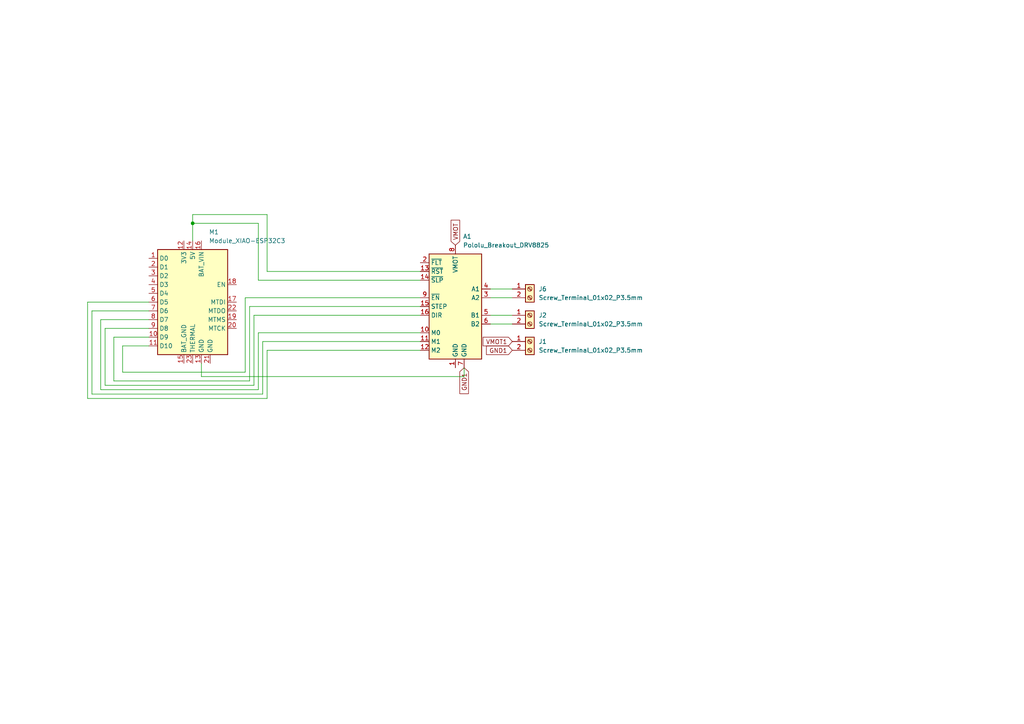
<source format=kicad_sch>
(kicad_sch (version 20231120) (generator "eeschema") (generator_version "8.0")
  (paper "A4")
  (lib_symbols
    (symbol "Driver_Motor:Pololu_Breakout_DRV8825"
      (property "Reference" "A" (at -2.54 16.51 0))
      (property "Value" "Pololu_Breakout_DRV8825" (at -2.54 13.97 0))
      (symbol "Pololu_Breakout_DRV8825_0_1"
        (rectangle (start 7.62 -17.78) (end -7.62 12.7) (stroke (width 0.254)) (fill (type background)))
      )
      (symbol "Pololu_Breakout_DRV8825_1_1"
        (pin power_in line (at 0 -20.32 90) (length 2.54) (name "GND") (number "1"))
        (pin input line (at -10.16 -10.16 0) (length 2.54) (name "M0") (number "10"))
        (pin input line (at -10.16 -12.7 0) (length 2.54) (name "M1") (number "11"))
        (pin input line (at -10.16 -15.24 0) (length 2.54) (name "M2") (number "12"))
        (pin input line (at -10.16 7.62 0) (length 2.54) (name "~{RST}") (number "13"))
        (pin input line (at -10.16 5.08 0) (length 2.54) (name "~{SLP}") (number "14"))
        (pin input line (at -10.16 -2.54 0) (length 2.54) (name "STEP") (number "15"))
        (pin input line (at -10.16 -5.08 0) (length 2.54) (name "DIR") (number "16"))
        (pin output line (at -10.16 10.16 0) (length 2.54) (name "~{FLT}") (number "2"))
        (pin output line (at 10.16 0 180) (length 2.54) (name "A2") (number "3"))
        (pin output line (at 10.16 2.54 180) (length 2.54) (name "A1") (number "4"))
        (pin output line (at 10.16 -5.08 180) (length 2.54) (name "B1") (number "5"))
        (pin output line (at 10.16 -7.62 180) (length 2.54) (name "B2") (number "6"))
        (pin power_in line (at 2.54 -20.32 90) (length 2.54) (name "GND") (number "7"))
        (pin power_in line (at 0 15.24 270) (length 2.54) (name "VMOT") (number "8"))
        (pin input line (at -10.16 0 0) (length 2.54) (name "~{EN}") (number "9"))
      )
    )
    (symbol "fab:Module_XIAO-ESP32C3"
      (property "Reference" "M" (at -10.16 16.51 0))
      (property "Value" "Module_XIAO-ESP32C3" (at 3.81 16.51 0))
      (symbol "Module_XIAO-ESP32C3_1_1"
        (rectangle (start -10.16 15.24) (end 10.16 -15.24) (stroke (width 0.254)) (fill (type background)))
        (pin bidirectional line (at -12.7 12.7 0) (length 2.54) (name "D0") (number "1"))
        (pin bidirectional line (at -12.7 -10.16 0) (length 2.54) (name "D9") (number "10"))
        (pin bidirectional line (at -12.7 -12.7 0) (length 2.54) (name "D10") (number "11"))
        (pin power_in line (at -2.54 17.78 270) (length 2.54) (name "3V3") (number "12"))
        (pin power_in line (at 2.54 -17.78 90) (length 2.54) (name "GND") (number "13"))
        (pin power_in line (at 0 17.78 270) (length 2.54) (name "5V") (number "14"))
        (pin power_in line (at -2.54 -17.78 90) (length 2.54) (name "BAT_GND") (number "15"))
        (pin power_in line (at 2.54 17.78 270) (length 2.54) (name "BAT_VIN") (number "16"))
        (pin input line (at 12.7 0 180) (length 2.54) (name "MTDI") (number "17"))
        (pin input line (at 12.7 5.08 180) (length 2.54) (name "EN") (number "18"))
        (pin input line (at 12.7 -5.08 180) (length 2.54) (name "MTMS") (number "19"))
        (pin bidirectional line (at -12.7 10.16 0) (length 2.54) (name "D1") (number "2"))
        (pin input line (at 12.7 -7.62 180) (length 2.54) (name "MTCK") (number "20"))
        (pin power_in line (at 5.08 -17.78 90) (length 2.54) (name "GND") (number "21"))
        (pin output line (at 12.7 -2.54 180) (length 2.54) (name "MTDO") (number "22"))
        (pin power_in line (at 0 -17.78 90) (length 2.54) (name "THERMAL") (number "23"))
        (pin bidirectional line (at -12.7 7.62 0) (length 2.54) (name "D2") (number "3"))
        (pin bidirectional line (at -12.7 5.08 0) (length 2.54) (name "D3") (number "4"))
        (pin bidirectional line (at -12.7 2.54 0) (length 2.54) (name "D4") (number "5"))
        (pin bidirectional line (at -12.7 0 0) (length 2.54) (name "D5") (number "6"))
        (pin bidirectional line (at -12.7 -2.54 0) (length 2.54) (name "D6") (number "7"))
        (pin bidirectional line (at -12.7 -5.08 0) (length 2.54) (name "D7") (number "8"))
        (pin bidirectional line (at -12.7 -7.62 0) (length 2.54) (name "D8") (number "9"))
      )
    )
    (symbol "fab:Screw_Terminal_01x02_P3.5mm" (pin_names (offset 1.016) hide)
      (property "Reference" "J" (at 0 3.81 0))
      (property "Value" "Screw_Terminal_01x02_P3.5mm" (at 0 -3.81 0))
      (symbol "Screw_Terminal_01x02_P3.5mm_1_1"
        (rectangle (start -1.27 2.54) (end 1.27 -2.54) (stroke (width 0.254)) (fill (type background)))
        (circle (center 0 -1.27) (radius 0.635) (stroke (width 0.1524)))
        (polyline (pts (xy -0.5334 -0.9398) (xy 0.3302 -1.778)) (stroke (width 0.1524)))
        (polyline (pts (xy -0.5334 1.6002) (xy 0.3302 0.762)) (stroke (width 0.1524)))
        (polyline (pts (xy -0.3556 -0.762) (xy 0.508 -1.6002)) (stroke (width 0.1524)))
        (polyline (pts (xy -0.3556 1.778) (xy 0.508 0.9398)) (stroke (width 0.1524)))
        (circle (center 0 1.27) (radius 0.635) (stroke (width 0.1524)))
        (pin passive line (at -5.08 1.27 0) (length 3.81) (name "Pin_1") (number "1"))
        (pin passive line (at -5.08 -1.27 0) (length 3.81) (name "Pin_2") (number "2"))
      )
    )
  )
  (junction (at 55.88 64.77))
  (wire (pts (xy 134.62 106.68) (xy 134.62 109.22)))
  (wire (pts (xy 30.48 111.76) (xy 30.48 95.25)))
  (wire (pts (xy 142.24 91.44) (xy 148.59 91.44)))
  (wire (pts (xy 25.4 87.63) (xy 43.18 87.63)))
  (wire (pts (xy 121.92 99.06) (xy 76.2 99.06)))
  (wire (pts (xy 121.92 88.9) (xy 72.39 88.9)))
  (wire (pts (xy 25.4 115.57) (xy 25.4 87.63)))
  (wire (pts (xy 74.93 113.03) (xy 29.21 113.03)))
  (wire (pts (xy 77.47 62.23) (xy 55.88 62.23)))
  (wire (pts (xy 76.2 99.06) (xy 76.2 114.3)))
  (wire (pts (xy 35.56 107.95) (xy 35.56 100.33)))
  (wire (pts (xy 55.88 64.77) (xy 74.93 64.77)))
  (wire (pts (xy 73.66 91.44) (xy 73.66 111.76)))
  (wire (pts (xy 55.88 64.77) (xy 55.88 69.85)))
  (wire (pts (xy 121.92 81.28) (xy 74.93 81.28)))
  (wire (pts (xy 58.42 109.22) (xy 134.62 109.22)))
  (wire (pts (xy 142.24 93.98) (xy 148.59 93.98)))
  (wire (pts (xy 74.93 81.28) (xy 74.93 64.77)))
  (wire (pts (xy 77.47 115.57) (xy 25.4 115.57)))
  (wire (pts (xy 35.56 100.33) (xy 43.18 100.33)))
  (wire (pts (xy 121.92 101.6) (xy 77.47 101.6)))
  (wire (pts (xy 30.48 95.25) (xy 43.18 95.25)))
  (wire (pts (xy 76.2 114.3) (xy 26.67 114.3)))
  (wire (pts (xy 77.47 78.74) (xy 77.47 62.23)))
  (wire (pts (xy 121.92 78.74) (xy 77.47 78.74)))
  (wire (pts (xy 121.92 96.52) (xy 74.93 96.52)))
  (wire (pts (xy 121.92 86.36) (xy 71.12 86.36)))
  (wire (pts (xy 74.93 96.52) (xy 74.93 113.03)))
  (wire (pts (xy 33.02 110.49) (xy 33.02 97.79)))
  (wire (pts (xy 71.12 107.95) (xy 35.56 107.95)))
  (wire (pts (xy 72.39 88.9) (xy 72.39 110.49)))
  (wire (pts (xy 29.21 92.71) (xy 43.18 92.71)))
  (wire (pts (xy 72.39 110.49) (xy 33.02 110.49)))
  (wire (pts (xy 142.24 86.36) (xy 148.59 86.36)))
  (wire (pts (xy 73.66 111.76) (xy 30.48 111.76)))
  (wire (pts (xy 77.47 101.6) (xy 77.47 115.57)))
  (wire (pts (xy 26.67 114.3) (xy 26.67 90.17)))
  (wire (pts (xy 26.67 90.17) (xy 43.18 90.17)))
  (wire (pts (xy 142.24 83.82) (xy 148.59 83.82)))
  (wire (pts (xy 58.42 105.41) (xy 58.42 109.22)))
  (wire (pts (xy 71.12 86.36) (xy 71.12 107.95)))
  (wire (pts (xy 55.88 62.23) (xy 55.88 64.77)))
  (wire (pts (xy 121.92 91.44) (xy 73.66 91.44)))
  (wire (pts (xy 33.02 97.79) (xy 43.18 97.79)))
  (wire (pts (xy 29.21 113.03) (xy 29.21 92.71)))
  (global_label "VMOT1" (shape input) (at 148.59 99.06 180) (property "Intersheetrefs" "${INTERSHEET_REFS}" (effects (hide yes))))
  (global_label "VMOT" (shape input) (at 132.08 71.12 90) (property "Intersheetrefs" "${INTERSHEET_REFS}" (effects (hide yes))))
  (global_label "GND1" (shape input) (at 148.59 101.6 180) (property "Intersheetrefs" "${INTERSHEET_REFS}" (effects (hide yes))))
  (global_label "GND1" (shape input) (at 134.62 106.68 270) (property "Intersheetrefs" "${INTERSHEET_REFS}" (effects (hide yes))))
  (symbol (lib_id "fab:Screw_Terminal_01x02_P3.5mm") (at 153.67 92.71 0) (unit 1)
    (property "Reference" "J2" (at 156.21 91.4399 0) (effects (justify left)))
    (property "Value" "Screw_Terminal_01x02_P3.5mm" (at 156.21 93.9799 0) (effects (justify left)))
    (property "Footprint" "fab:TerminalBlock_OnShore_1x02_P3.50mm_Horizontal" (effects (hide yes)))
    (property "Datasheet" "www.on-shore.com/wp-content/uploads/ED555XDS.pdf" (effects (hide yes)))
    (property "Description" "TERM BLK 2POS SIDE ENT 3.5MM PCB" (effects (hide yes)))
  )
  (symbol (lib_id "fab:Screw_Terminal_01x02_P3.5mm") (at 153.67 100.33 0) (unit 1)
    (property "Reference" "J1" (at 156.21 99.0599 0) (effects (justify left)))
    (property "Value" "Screw_Terminal_01x02_P3.5mm" (at 156.21 101.5999 0) (effects (justify left)))
    (property "Footprint" "fab:TerminalBlock_OnShore_1x02_P3.50mm_Horizontal" (effects (hide yes)))
    (property "Datasheet" "www.on-shore.com/wp-content/uploads/ED555XDS.pdf" (effects (hide yes)))
    (property "Description" "TERM BLK 2POS SIDE ENT 3.5MM PCB" (effects (hide yes)))
  )
  (symbol (lib_id "Driver_Motor:Pololu_Breakout_DRV8825") (at 132.08 86.36 0) (unit 1)
    (property "Reference" "A1" (at 134.2741 68.58 0) (effects (justify left)))
    (property "Value" "Pololu_Breakout_DRV8825" (at 134.2741 71.12 0) (effects (justify left)))
    (property "Footprint" "Module:Pololu_Breakout-16_15.2x20.3mm" (effects (hide yes)))
    (property "Datasheet" "https://www.pololu.com/product/2982" (effects (hide yes)))
    (property "Description" "Pololu Breakout Board, Stepper Driver DRV8825" (effects (hide yes)))
  )
  (symbol (lib_id "fab:Screw_Terminal_01x02_P3.5mm") (at 153.67 85.09 0) (unit 1)
    (property "Reference" "J6" (at 156.21 83.8199 0) (effects (justify left)))
    (property "Value" "Screw_Terminal_01x02_P3.5mm" (at 156.21 86.3599 0) (effects (justify left)))
    (property "Footprint" "fab:TerminalBlock_OnShore_1x02_P3.50mm_Horizontal" (effects (hide yes)))
    (property "Datasheet" "www.on-shore.com/wp-content/uploads/ED555XDS.pdf" (effects (hide yes)))
    (property "Description" "TERM BLK 2POS SIDE ENT 3.5MM PCB" (effects (hide yes)))
  )
  (symbol (lib_id "fab:Module_XIAO-ESP32C3") (at 55.88 87.63 0) (unit 1)
    (property "Reference" "M1" (at 60.6141 67.31 0) (effects (justify left)))
    (property "Value" "Module_XIAO-ESP32C3" (at 60.6141 69.85 0) (effects (justify left)))
    (property "Footprint" "fab:SeeedStudio_XIAO_ESP32C3" (effects (hide yes)))
    (property "Datasheet" "https://wiki.seeedstudio.com/XIAO_ESP32C3_Getting_Started/" (effects (hide yes)))
    (property "Description" "ESP32-C3 Transceiver; 802.11 a/b/g/n (Wi-Fi, WiFi, WLAN), Bluetooth® Smart 4.x Low Energy (BLE) 2.4GHz Evaluation Board" (effects (hide yes)))
  )
)
</source>
